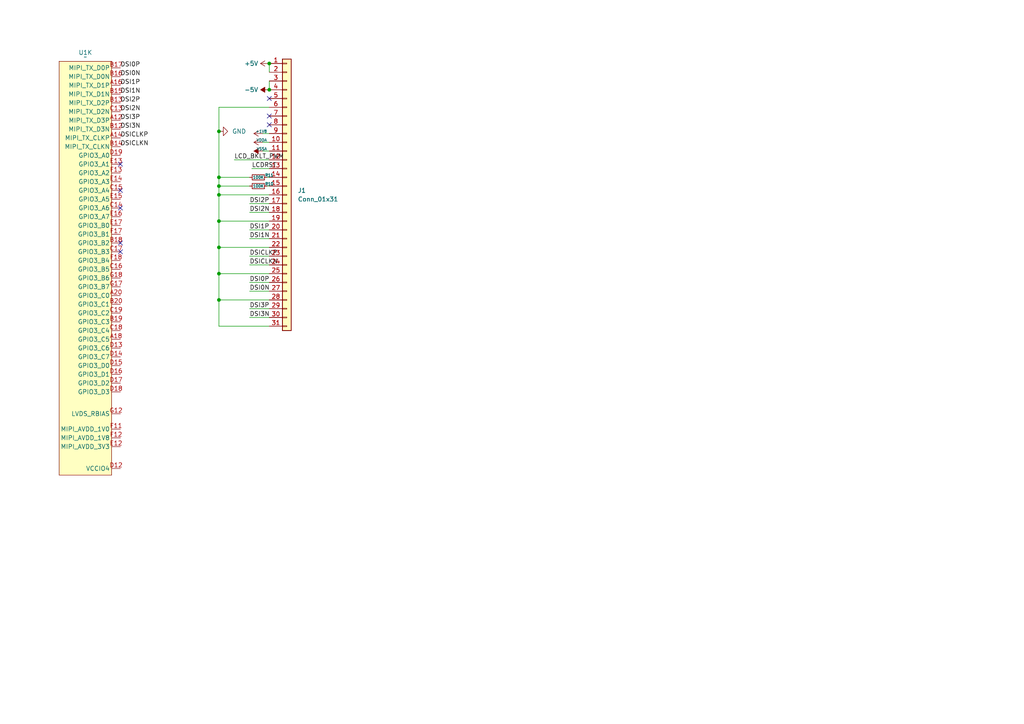
<source format=kicad_sch>
(kicad_sch (version 20221206) (generator eeschema)
  (paper "A4")
  (lib_symbols
    (symbol "Connector_Generic:Conn_01x31" (pin_names (offset 1.016) hide)
      (property "Reference" "J" (at 0 40.64 0))
      (property "Value" "Conn_01x31" (at 0 -40.64 0))
      (symbol "Conn_01x31_1_1"
        (rectangle (start -1.27 -37.973) (end 0 -38.227) (stroke (width 0.1524)))
        (rectangle (start -1.27 -35.433) (end 0 -35.687) (stroke (width 0.1524)))
        (rectangle (start -1.27 -32.893) (end 0 -33.147) (stroke (width 0.1524)))
        (rectangle (start -1.27 -30.353) (end 0 -30.607) (stroke (width 0.1524)))
        (rectangle (start -1.27 -27.813) (end 0 -28.067) (stroke (width 0.1524)))
        (rectangle (start -1.27 -25.273) (end 0 -25.527) (stroke (width 0.1524)))
        (rectangle (start -1.27 -22.733) (end 0 -22.987) (stroke (width 0.1524)))
        (rectangle (start -1.27 -20.193) (end 0 -20.447) (stroke (width 0.1524)))
        (rectangle (start -1.27 -17.653) (end 0 -17.907) (stroke (width 0.1524)))
        (rectangle (start -1.27 -15.113) (end 0 -15.367) (stroke (width 0.1524)))
        (rectangle (start -1.27 -12.573) (end 0 -12.827) (stroke (width 0.1524)))
        (rectangle (start -1.27 -10.033) (end 0 -10.287) (stroke (width 0.1524)))
        (rectangle (start -1.27 -7.493) (end 0 -7.747) (stroke (width 0.1524)))
        (rectangle (start -1.27 -4.953) (end 0 -5.207) (stroke (width 0.1524)))
        (rectangle (start -1.27 -2.413) (end 0 -2.667) (stroke (width 0.1524)))
        (rectangle (start -1.27 0.127) (end 0 -0.127) (stroke (width 0.1524)))
        (rectangle (start -1.27 2.667) (end 0 2.413) (stroke (width 0.1524)))
        (rectangle (start -1.27 5.207) (end 0 4.953) (stroke (width 0.1524)))
        (rectangle (start -1.27 7.747) (end 0 7.493) (stroke (width 0.1524)))
        (rectangle (start -1.27 10.287) (end 0 10.033) (stroke (width 0.1524)))
        (rectangle (start -1.27 12.827) (end 0 12.573) (stroke (width 0.1524)))
        (rectangle (start -1.27 15.367) (end 0 15.113) (stroke (width 0.1524)))
        (rectangle (start -1.27 17.907) (end 0 17.653) (stroke (width 0.1524)))
        (rectangle (start -1.27 20.447) (end 0 20.193) (stroke (width 0.1524)))
        (rectangle (start -1.27 22.987) (end 0 22.733) (stroke (width 0.1524)))
        (rectangle (start -1.27 25.527) (end 0 25.273) (stroke (width 0.1524)))
        (rectangle (start -1.27 28.067) (end 0 27.813) (stroke (width 0.1524)))
        (rectangle (start -1.27 30.607) (end 0 30.353) (stroke (width 0.1524)))
        (rectangle (start -1.27 33.147) (end 0 32.893) (stroke (width 0.1524)))
        (rectangle (start -1.27 35.687) (end 0 35.433) (stroke (width 0.1524)))
        (rectangle (start -1.27 38.227) (end 0 37.973) (stroke (width 0.1524)))
        (rectangle (start -1.27 39.37) (end 1.27 -39.37) (stroke (width 0.254)) (fill (type background)))
        (pin passive line (at -5.08 38.1 0) (length 3.81) (name "Pin_1") (number "1"))
        (pin passive line (at -5.08 15.24 0) (length 3.81) (name "Pin_10") (number "10"))
        (pin passive line (at -5.08 12.7 0) (length 3.81) (name "Pin_11") (number "11"))
        (pin passive line (at -5.08 10.16 0) (length 3.81) (name "Pin_12") (number "12"))
        (pin passive line (at -5.08 7.62 0) (length 3.81) (name "Pin_13") (number "13"))
        (pin passive line (at -5.08 5.08 0) (length 3.81) (name "Pin_14") (number "14"))
        (pin passive line (at -5.08 2.54 0) (length 3.81) (name "Pin_15") (number "15"))
        (pin passive line (at -5.08 0 0) (length 3.81) (name "Pin_16") (number "16"))
        (pin passive line (at -5.08 -2.54 0) (length 3.81) (name "Pin_17") (number "17"))
        (pin passive line (at -5.08 -5.08 0) (length 3.81) (name "Pin_18") (number "18"))
        (pin passive line (at -5.08 -7.62 0) (length 3.81) (name "Pin_19") (number "19"))
        (pin passive line (at -5.08 35.56 0) (length 3.81) (name "Pin_2") (number "2"))
        (pin passive line (at -5.08 -10.16 0) (length 3.81) (name "Pin_20") (number "20"))
        (pin passive line (at -5.08 -12.7 0) (length 3.81) (name "Pin_21") (number "21"))
        (pin passive line (at -5.08 -15.24 0) (length 3.81) (name "Pin_22") (number "22"))
        (pin passive line (at -5.08 -17.78 0) (length 3.81) (name "Pin_23") (number "23"))
        (pin passive line (at -5.08 -20.32 0) (length 3.81) (name "Pin_24") (number "24"))
        (pin passive line (at -5.08 -22.86 0) (length 3.81) (name "Pin_25") (number "25"))
        (pin passive line (at -5.08 -25.4 0) (length 3.81) (name "Pin_26") (number "26"))
        (pin passive line (at -5.08 -27.94 0) (length 3.81) (name "Pin_27") (number "27"))
        (pin passive line (at -5.08 -30.48 0) (length 3.81) (name "Pin_28") (number "28"))
        (pin passive line (at -5.08 -33.02 0) (length 3.81) (name "Pin_29") (number "29"))
        (pin passive line (at -5.08 33.02 0) (length 3.81) (name "Pin_3") (number "3"))
        (pin passive line (at -5.08 -35.56 0) (length 3.81) (name "Pin_30") (number "30"))
        (pin passive line (at -5.08 -38.1 0) (length 3.81) (name "Pin_31") (number "31"))
        (pin passive line (at -5.08 30.48 0) (length 3.81) (name "Pin_4") (number "4"))
        (pin passive line (at -5.08 27.94 0) (length 3.81) (name "Pin_5") (number "5"))
        (pin passive line (at -5.08 25.4 0) (length 3.81) (name "Pin_6") (number "6"))
        (pin passive line (at -5.08 22.86 0) (length 3.81) (name "Pin_7") (number "7"))
        (pin passive line (at -5.08 20.32 0) (length 3.81) (name "Pin_8") (number "8"))
        (pin passive line (at -5.08 17.78 0) (length 3.81) (name "Pin_9") (number "9"))
      )
    )
    (symbol "Device:R_Small" (pin_numbers hide) (pin_names (offset 0.254) hide)
      (property "Reference" "R" (at 0.762 0.508 0))
      (property "Value" "R_Small" (at 0.762 -1.016 0))
      (symbol "R_Small_0_1"
        (rectangle (start -0.762 1.778) (end 0.762 -1.778) (stroke (width 0.2032)))
      )
      (symbol "R_Small_1_1"
        (pin passive line (at 0 2.54 270) (length 0.762) (name "~") (number "1"))
        (pin passive line (at 0 -2.54 90) (length 0.762) (name "~") (number "2"))
      )
    )
    (symbol "Symbols:RK3326"
      (property "Reference" "U" (at 0 0 0))
      (symbol "RK3326_1_1"
        (rectangle (start -4.445 -0.635) (end 4.445 -193.675) (fill (type background)))
        (pin passive line (at -6.985 -189.865 0) (length 2.54) (name "GND") (number "A1"))
        (pin passive line (at -6.985 -179.705 0) (length 2.54) (name "GND") (number "A11"))
        (pin passive line (at -6.985 -187.325 0) (length 2.54) (name "GND") (number "A21"))
        (pin passive line (at -6.985 -182.245 0) (length 2.54) (name "GND") (number "AA1"))
        (pin passive line (at -6.985 -184.785 0) (length 2.54) (name "GND") (number "AA21"))
        (pin passive line (at 6.985 -45.085 180) (length 2.54) (name "GND") (number "AA3"))
        (pin passive line (at -6.985 -177.165 0) (length 2.54) (name "GND") (number "B6"))
        (pin passive line (at -6.985 -174.625 0) (length 2.54) (name "GND") (number "B9"))
        (pin passive line (at -6.985 -167.005 0) (length 2.54) (name "GND") (number "C12"))
        (pin passive line (at -6.985 -172.085 0) (length 2.54) (name "GND") (number "C3"))
        (pin passive line (at -6.985 -169.545 0) (length 2.54) (name "GND") (number "C5"))
        (pin passive line (at -6.985 -164.465 0) (length 2.54) (name "GND") (number "D3"))
        (pin passive line (at -6.985 -161.925 0) (length 2.54) (name "GND") (number "D4"))
        (pin passive line (at -6.985 -159.385 0) (length 2.54) (name "GND") (number "D7"))
        (pin passive line (at -6.985 -139.065 0) (length 2.54) (name "GND") (number "E10"))
        (pin passive line (at -6.985 -131.445 0) (length 2.54) (name "GND") (number "E11"))
        (pin passive line (at -6.985 -156.845 0) (length 2.54) (name "GND") (number "E3"))
        (pin passive line (at -6.985 -154.305 0) (length 2.54) (name "GND") (number "E4"))
        (pin passive line (at -6.985 -151.765 0) (length 2.54) (name "GND") (number "E5"))
        (pin passive line (at -6.985 -149.225 0) (length 2.54) (name "GND") (number "E6"))
        (pin passive line (at -6.985 -146.685 0) (length 2.54) (name "GND") (number "E7"))
        (pin passive line (at -6.985 -144.145 0) (length 2.54) (name "GND") (number "E8"))
        (pin passive line (at -6.985 -141.605 0) (length 2.54) (name "GND") (number "E9"))
        (pin passive line (at -6.985 -128.905 0) (length 2.54) (name "GND") (number "F14"))
        (pin passive line (at -6.985 -126.365 0) (length 2.54) (name "GND") (number "F15"))
        (pin passive line (at -6.985 -123.825 0) (length 2.54) (name "GND") (number "F16"))
        (pin passive line (at -6.985 -136.525 0) (length 2.54) (name "GND") (number "F2"))
        (pin passive line (at -6.985 -133.985 0) (length 2.54) (name "GND") (number "F5"))
        (pin passive line (at -6.985 -113.665 0) (length 2.54) (name "GND") (number "G11"))
        (pin passive line (at -6.985 -108.585 0) (length 2.54) (name "GND") (number "G13"))
        (pin passive line (at -6.985 -106.045 0) (length 2.54) (name "GND") (number "G14"))
        (pin passive line (at -6.985 -70.485 0) (length 2.54) (name "GND") (number "G15"))
        (pin passive line (at -6.985 -73.025 0) (length 2.54) (name "GND") (number "G16"))
        (pin passive line (at -6.985 -121.285 0) (length 2.54) (name "GND") (number "G5"))
        (pin passive line (at -6.985 -118.745 0) (length 2.54) (name "GND") (number "G7"))
        (pin passive line (at -6.985 -116.205 0) (length 2.54) (name "GND") (number "G8"))
        (pin passive line (at -6.985 -80.645 0) (length 2.54) (name "GND") (number "H10"))
        (pin passive line (at -6.985 -78.105 0) (length 2.54) (name "GND") (number "H11"))
        (pin passive line (at -6.985 -75.565 0) (length 2.54) (name "GND") (number "H12"))
        (pin passive line (at -6.985 -52.705 0) (length 2.54) (name "GND") (number "H13"))
        (pin passive line (at -6.985 -47.625 0) (length 2.54) (name "GND") (number "H17"))
        (pin passive line (at -6.985 -98.425 0) (length 2.54) (name "GND") (number "H2"))
        (pin passive line (at -6.985 -95.885 0) (length 2.54) (name "GND") (number "H3"))
        (pin passive line (at -6.985 -93.345 0) (length 2.54) (name "GND") (number "H4"))
        (pin passive line (at -6.985 -90.805 0) (length 2.54) (name "GND") (number "H5"))
        (pin passive line (at -6.985 -88.265 0) (length 2.54) (name "GND") (number "H7"))
        (pin passive line (at -6.985 -85.725 0) (length 2.54) (name "GND") (number "H8"))
        (pin passive line (at -6.985 -83.185 0) (length 2.54) (name "GND") (number "H9"))
        (pin passive line (at -6.985 -60.325 0) (length 2.54) (name "GND") (number "J10"))
        (pin passive line (at -6.985 -57.785 0) (length 2.54) (name "GND") (number "J11"))
        (pin passive line (at -6.985 -55.245 0) (length 2.54) (name "GND") (number "J12"))
        (pin passive line (at -6.985 -29.845 0) (length 2.54) (name "GND") (number "J13"))
        (pin passive line (at -6.985 -50.165 0) (length 2.54) (name "GND") (number "J17"))
        (pin passive line (at -6.985 -67.945 0) (length 2.54) (name "GND") (number "J5"))
        (pin passive line (at -6.985 -65.405 0) (length 2.54) (name "GND") (number "J8"))
        (pin passive line (at -6.985 -62.865 0) (length 2.54) (name "GND") (number "J9"))
        (pin passive line (at -6.985 -37.465 0) (length 2.54) (name "GND") (number "K11"))
        (pin passive line (at -6.985 -32.385 0) (length 2.54) (name "GND") (number "K12"))
        (pin passive line (at -6.985 -27.305 0) (length 2.54) (name "GND") (number "K13"))
        (pin passive line (at -6.985 -22.225 0) (length 2.54) (name "GND") (number "K17"))
        (pin passive line (at -6.985 -19.685 0) (length 2.54) (name "GND") (number "K18"))
        (pin passive line (at -6.985 -45.085 0) (length 2.54) (name "GND") (number "K5"))
        (pin passive line (at -6.985 -42.545 0) (length 2.54) (name "GND") (number "K8"))
        (pin passive line (at 6.985 -192.405 180) (length 2.54) (name "GND") (number "L12"))
        (pin passive line (at -6.985 -17.145 0) (length 2.54) (name "GND") (number "L13"))
        (pin passive line (at -6.985 -24.765 0) (length 2.54) (name "GND") (number "L14"))
        (pin passive line (at 6.985 -6.985 180) (length 2.54) (name "GND") (number "L15"))
        (pin passive line (at 6.985 -83.185 180) (length 2.54) (name "GND") (number "L16"))
        (pin passive line (at 6.985 -24.765 180) (length 2.54) (name "GND") (number "L17"))
        (pin passive line (at 6.985 -88.265 180) (length 2.54) (name "GND") (number "L18"))
        (pin passive line (at -6.985 -14.605 0) (length 2.54) (name "GND") (number "L3"))
        (pin passive line (at -6.985 -12.065 0) (length 2.54) (name "GND") (number "L4"))
        (pin passive line (at -6.985 -9.525 0) (length 2.54) (name "GND") (number "L5"))
        (pin passive line (at -6.985 -6.985 0) (length 2.54) (name "GND") (number "L8"))
        (pin passive line (at 6.985 -29.845 180) (length 2.54) (name "GND") (number "M10"))
        (pin passive line (at -6.985 -34.925 0) (length 2.54) (name "GND") (number "M12"))
        (pin passive line (at -6.985 -40.005 0) (length 2.54) (name "GND") (number "M13"))
        (pin passive line (at -6.985 -1.905 0) (length 2.54) (name "GND") (number "M14"))
        (pin passive line (at 6.985 -90.805 180) (length 2.54) (name "GND") (number "M15"))
        (pin passive line (at 6.985 -70.485 180) (length 2.54) (name "GND") (number "M16"))
        (pin passive line (at 6.985 -55.245 180) (length 2.54) (name "GND") (number "M17"))
        (pin passive line (at 6.985 -75.565 180) (length 2.54) (name "GND") (number "M5"))
        (pin passive line (at 6.985 -40.005 180) (length 2.54) (name "GND") (number "M8"))
        (pin passive line (at 6.985 -67.945 180) (length 2.54) (name "GND") (number "M9"))
        (pin passive line (at 6.985 -80.645 180) (length 2.54) (name "GND") (number "N10"))
        (pin passive line (at -6.985 -4.445 0) (length 2.54) (name "GND") (number "N14"))
        (pin passive line (at 6.985 -34.925 180) (length 2.54) (name "GND") (number "N15"))
        (pin passive line (at 6.985 -9.525 180) (length 2.54) (name "GND") (number "N16"))
        (pin passive line (at 6.985 -50.165 180) (length 2.54) (name "GND") (number "N3"))
        (pin passive line (at 6.985 -22.225 180) (length 2.54) (name "GND") (number "N5"))
        (pin passive line (at 6.985 -12.065 180) (length 2.54) (name "GND") (number "N6"))
        (pin passive line (at 6.985 -78.105 180) (length 2.54) (name "GND") (number "N7"))
        (pin passive line (at 6.985 -42.545 180) (length 2.54) (name "GND") (number "N8"))
        (pin passive line (at 6.985 -27.305 180) (length 2.54) (name "GND") (number "N9"))
        (pin passive line (at 6.985 -62.865 180) (length 2.54) (name "GND") (number "P10"))
        (pin passive line (at 6.985 -17.145 180) (length 2.54) (name "GND") (number "P11"))
        (pin passive line (at 6.985 -73.025 180) (length 2.54) (name "GND") (number "P12"))
        (pin passive line (at 6.985 -65.405 180) (length 2.54) (name "GND") (number "P13"))
        (pin passive line (at 6.985 -32.385 180) (length 2.54) (name "GND") (number "P14"))
        (pin passive line (at 6.985 -47.625 180) (length 2.54) (name "GND") (number "P15"))
        (pin passive line (at 6.985 -14.605 180) (length 2.54) (name "GND") (number "P16"))
        (pin passive line (at 6.985 -4.445 180) (length 2.54) (name "GND") (number "P4"))
        (pin passive line (at 6.985 -85.725 180) (length 2.54) (name "GND") (number "P5"))
        (pin passive line (at 6.985 -1.905 180) (length 2.54) (name "GND") (number "P6"))
        (pin passive line (at 6.985 -60.325 180) (length 2.54) (name "GND") (number "P7"))
        (pin passive line (at 6.985 -52.705 180) (length 2.54) (name "GND") (number "P8"))
        (pin passive line (at 6.985 -19.685 180) (length 2.54) (name "GND") (number "P9"))
        (pin passive line (at 6.985 -103.505 180) (length 2.54) (name "GND") (number "R10"))
        (pin passive line (at 6.985 -106.045 180) (length 2.54) (name "GND") (number "R11"))
        (pin passive line (at 6.985 -108.585 180) (length 2.54) (name "GND") (number "R12"))
        (pin passive line (at 6.985 -111.125 180) (length 2.54) (name "GND") (number "R13"))
        (pin passive line (at 6.985 -113.665 180) (length 2.54) (name "GND") (number "R14"))
        (pin passive line (at 6.985 -116.205 180) (length 2.54) (name "GND") (number "R15"))
        (pin passive line (at 6.985 -118.745 180) (length 2.54) (name "GND") (number "R16"))
        (pin passive line (at 6.985 -121.285 180) (length 2.54) (name "GND") (number "R17"))
        (pin passive line (at 6.985 -57.785 180) (length 2.54) (name "GND") (number "R5"))
        (pin passive line (at 6.985 -93.345 180) (length 2.54) (name "GND") (number "R6"))
        (pin passive line (at 6.985 -95.885 180) (length 2.54) (name "GND") (number "R7"))
        (pin passive line (at 6.985 -98.425 180) (length 2.54) (name "GND") (number "R8"))
        (pin passive line (at 6.985 -100.965 180) (length 2.54) (name "GND") (number "R9"))
        (pin passive line (at 6.985 -141.605 180) (length 2.54) (name "GND") (number "T10"))
        (pin passive line (at 6.985 -144.145 180) (length 2.54) (name "GND") (number "T11"))
        (pin passive line (at -6.985 -100.965 0) (length 2.54) (name "GND") (number "T12"))
        (pin passive line (at 6.985 -149.225 180) (length 2.54) (name "GND") (number "T14"))
        (pin passive line (at 6.985 -151.765 180) (length 2.54) (name "GND") (number "T15"))
        (pin passive line (at 6.985 -154.305 180) (length 2.54) (name "GND") (number "T16"))
        (pin passive line (at 6.985 -156.845 180) (length 2.54) (name "GND") (number "T17"))
        (pin passive line (at 6.985 -159.385 180) (length 2.54) (name "GND") (number "T18"))
        (pin passive line (at 6.985 -123.825 180) (length 2.54) (name "GND") (number "T3"))
        (pin passive line (at 6.985 -126.365 180) (length 2.54) (name "GND") (number "T4"))
        (pin passive line (at 6.985 -128.905 180) (length 2.54) (name "GND") (number "T5"))
        (pin passive line (at 6.985 -131.445 180) (length 2.54) (name "GND") (number "T6"))
        (pin passive line (at 6.985 -133.985 180) (length 2.54) (name "GND") (number "T7"))
        (pin passive line (at 6.985 -136.525 180) (length 2.54) (name "GND") (number "T8"))
        (pin passive line (at 6.985 -139.065 180) (length 2.54) (name "GND") (number "T9"))
        (pin passive line (at 6.985 -164.465 180) (length 2.54) (name "GND") (number "U14"))
        (pin passive line (at 6.985 -167.005 180) (length 2.54) (name "GND") (number "U15"))
        (pin passive line (at 6.985 -169.545 180) (length 2.54) (name "GND") (number "U16"))
        (pin passive line (at 6.985 -172.085 180) (length 2.54) (name "GND") (number "U17"))
        (pin passive line (at 6.985 -174.625 180) (length 2.54) (name "GND") (number "U18"))
        (pin passive line (at 6.985 -161.925 180) (length 2.54) (name "GND") (number "U5"))
        (pin passive line (at 6.985 -182.245 180) (length 2.54) (name "GND") (number "V16"))
        (pin passive line (at 6.985 -184.785 180) (length 2.54) (name "GND") (number "V17"))
        (pin passive line (at 6.985 -187.325 180) (length 2.54) (name "GND") (number "V18"))
        (pin passive line (at 6.985 -189.865 180) (length 2.54) (name "GND") (number "V19"))
        (pin passive line (at 6.985 -177.165 180) (length 2.54) (name "GND") (number "V2"))
        (pin passive line (at 6.985 -179.705 180) (length 2.54) (name "GND") (number "V5"))
        (pin passive line (at -6.985 -103.505 0) (length 2.54) (name "GND") (number "W11"))
        (pin passive line (at 6.985 -37.465 180) (length 2.54) (name "GND") (number "W17"))
        (pin passive line (at -6.985 -192.405 0) (length 2.54) (name "GND") (number "W18"))
        (pin passive line (at -6.985 -111.125 0) (length 2.54) (name "GND") (number "W3"))
        (pin passive line (at 6.985 -146.685 180) (length 2.54) (name "GND") (number "W4"))
      )
      (symbol "RK3326_2_1"
        (rectangle (start -10.795 -1.27) (end 10.795 -24.13) (fill (type background)))
        (pin passive line (at 13.335 -22.86 180) (length 2.54) (name "VDD_CPU") (number "H14"))
        (pin passive line (at 13.335 -20.32 180) (length 2.54) (name "VDD_CPU") (number "H15"))
        (pin passive line (at 13.335 -17.78 180) (length 2.54) (name "VDD_CPU") (number "H16"))
        (pin passive line (at 13.335 -15.24 180) (length 2.54) (name "VDD_CPU") (number "J14"))
        (pin passive line (at 13.335 -12.7 180) (length 2.54) (name "VDD_CPU") (number "J15"))
        (pin passive line (at 13.335 -10.16 180) (length 2.54) (name "VDD_CPU") (number "J16"))
        (pin passive line (at -13.335 -17.78 0) (length 2.54) (name "VDD_LOGIC") (number "K10"))
        (pin passive line (at 13.335 -7.62 180) (length 2.54) (name "VDD_CPU") (number "K14"))
        (pin passive line (at 13.335 -5.08 180) (length 2.54) (name "VDD_CPU") (number "K15"))
        (pin passive line (at 13.335 -2.54 180) (length 2.54) (name "VDD_CPU") (number "K16"))
        (pin passive line (at -13.335 -22.86 0) (length 2.54) (name "VDD_LOGIC") (number "K9"))
        (pin passive line (at -13.335 -15.24 0) (length 2.54) (name "VDD_LOGIC") (number "L10"))
        (pin passive line (at -13.335 -2.54 0) (length 2.54) (name "VDD_LOGIC") (number "L11"))
        (pin passive line (at -13.335 -20.32 0) (length 2.54) (name "VDD_LOGIC") (number "L9"))
        (pin passive line (at -13.335 -5.08 0) (length 2.54) (name "VDD_LOGIC") (number "M11"))
        (pin passive line (at -13.335 -12.7 0) (length 2.54) (name "VDD_LOGIC") (number "N11"))
        (pin passive line (at -13.335 -7.62 0) (length 2.54) (name "VDD_LOGIC") (number "N12"))
        (pin passive line (at -13.335 -10.16 0) (length 2.54) (name "VDD_LOGIC") (number "N13"))
      )
      (symbol "RK3326_3_1"
        (rectangle (start -12.065 -1.27) (end 12.065 -27.305) (fill (type background)))
        (pin bidirectional line (at 14.605 -10.795 180) (length 2.54) (name "SDMMC_DETN/GPIO_A3_u") (number "AA20"))
        (pin passive line (at -14.605 -5.715 0) (length 2.54) (name "PLL_AVDD_1V8") (number "M18"))
        (pin passive line (at -14.605 -13.335 0) (length 2.54) (name "AVSS") (number "N17"))
        (pin passive line (at -14.605 -26.035 0) (length 2.54) (name "PLL_AVDD_1V0") (number "N18"))
        (pin passive line (at 14.605 -23.495 180) (length 2.54) (name "PMUIO_VDD_1V0") (number "P17"))
        (pin passive line (at -14.605 -8.255 0) (length 2.54) (name "OTP_VCC_1V8") (number "T13"))
        (pin bidirectional line (at 14.605 -15.875 180) (length 2.54) (name "GPIO0_A5_u") (number "T21"))
        (pin passive line (at 14.605 -26.035 180) (length 2.54) (name "PMUIO1") (number "U19"))
        (pin input line (at -14.605 -15.875 0) (length 2.54) (name "OSC_24M_IN") (number "U20"))
        (pin input line (at -14.605 -20.955 0) (length 2.54) (name "OSC_24M_OUT") (number "U21"))
        (pin bidirectional line (at 14.605 -13.335 180) (length 2.54) (name "TSADC_SHUT_M1") (number "V20"))
        (pin bidirectional line (at 14.605 -8.255 180) (length 2.54) (name "GPIO_A2_d") (number "V21"))
        (pin passive line (at -14.605 -23.495 0) (length 2.54) (name "TVSS") (number "W19"))
        (pin input line (at -14.605 -18.415 0) (length 2.54) (name "NPOR") (number "W20"))
        (pin bidirectional line (at 14.605 -18.415 180) (length 2.54) (name "TSADC_SHUT_M0") (number "W21"))
        (pin bidirectional line (at 14.605 -20.955 180) (length 2.54) (name "GPIO_A7_u") (number "Y19"))
        (pin bidirectional line (at 14.605 -5.715 180) (length 2.54) (name "GPIO_A1_d") (number "Y20"))
        (pin bidirectional line (at 14.605 -3.175 180) (length 2.54) (name "REF_CLKO/GPIO0_A0_d") (number "Y21"))
      )
      (symbol "RK3326_4_1"
        (rectangle (start -11.43 -1.27) (end 11.43 -21.59) (fill (type background)))
        (pin bidirectional line (at 13.97 -20.32 180) (length 2.54) (name "GPIO0_B7_d") (number "M19"))
        (pin bidirectional line (at -13.97 -20.32 0) (length 2.54) (name "GPIO0_B5_u") (number "N19"))
        (pin bidirectional line (at -13.97 -12.7 0) (length 2.54) (name "GPIO0_B2_d") (number "N20"))
        (pin bidirectional line (at 13.97 -17.78 180) (length 2.54) (name "GPIO0_C0_d") (number "N21"))
        (pin bidirectional line (at -13.97 -15.24 0) (length 2.54) (name "GPIO0_B3_d") (number "P18"))
        (pin bidirectional line (at 13.97 -15.24 180) (length 2.54) (name "GPIO0_C1_d") (number "P19"))
        (pin bidirectional line (at 13.97 -7.62 180) (length 2.54) (name "CLKIO_32K") (number "P20"))
        (pin bidirectional line (at -13.97 -10.16 0) (length 2.54) (name "I2C0_SDA") (number "P21"))
        (pin bidirectional line (at -13.97 -17.78 0) (length 2.54) (name "GPIO0_B4_u") (number "R18"))
        (pin input line (at 13.97 -5.08 180) (length 2.54) (name "FLASH_VOLSEL_u") (number "R19"))
        (pin bidirectional line (at 13.97 -10.16 180) (length 2.54) (name "I2C1_SDA") (number "R20"))
        (pin bidirectional line (at -13.97 -7.62 0) (length 2.54) (name "I2C0_SCL") (number "R21"))
        (pin passive line (at 13.97 -2.54 180) (length 2.54) (name "PMUIO2") (number "T19"))
        (pin bidirectional line (at 13.97 -12.7 180) (length 2.54) (name "I2C1_SCL") (number "T20"))
      )
      (symbol "RK3326_5_1"
        (rectangle (start -10.795 -0.635) (end 10.795 -120.015) (fill (type background)))
        (pin bidirectional line (at 13.335 -28.575 180) (length 2.54) (name "DDR3_A10") (number "A10"))
        (pin output line (at 13.335 -56.515 180) (length 2.54) (name "DDR_RST") (number "A2"))
        (pin bidirectional line (at 13.335 -79.375 180) (length 2.54) (name "DDR3_BA0") (number "A3"))
        (pin bidirectional line (at 13.335 -15.875 180) (length 2.54) (name "DDR3_A5") (number "A4"))
        (pin bidirectional line (at 13.335 -84.455 180) (length 2.54) (name "DDR3_BA2") (number "A5"))
        (pin bidirectional line (at 13.335 -38.735 180) (length 2.54) (name "DDR3_A14") (number "A7"))
        (pin bidirectional line (at 13.335 -13.335 180) (length 2.54) (name "DDR3_A4") (number "A8"))
        (pin bidirectional line (at 13.335 -33.655 180) (length 2.54) (name "DDR3_A12") (number "A9"))
        (pin bidirectional line (at -13.335 -23.495 0) (length 2.54) (name "DDR_DQ8") (number "AA2"))
        (pin bidirectional line (at 13.335 -59.055 180) (length 2.54) (name "CLKN") (number "B1"))
        (pin bidirectional line (at 13.335 -81.915 180) (length 2.54) (name "DDR3_BA1") (number "B10"))
        (pin output line (at 13.335 -48.895 180) (length 2.54) (name "DDR_CKE") (number "B11"))
        (pin bidirectional line (at 13.335 -61.595 180) (length 2.54) (name "CLKP") (number "B2"))
        (pin output line (at 13.335 -66.675 180) (length 2.54) (name "DDR_CS0") (number "B3"))
        (pin bidirectional line (at 13.335 -20.955 180) (length 2.54) (name "DDR3_A7") (number "B4"))
        (pin bidirectional line (at 13.335 -10.795 180) (length 2.54) (name "DDR3_A3") (number "B5"))
        (pin bidirectional line (at 13.335 -31.115 180) (length 2.54) (name "DDR3_A11") (number "B7"))
        (pin bidirectional line (at 13.335 -18.415 180) (length 2.54) (name "DDR3_A6") (number "B8"))
        (pin bidirectional line (at 13.335 -23.495 180) (length 2.54) (name "DDR3_A8") (number "C10"))
        (pin bidirectional line (at 13.335 -76.835 180) (length 2.54) (name "DDR3_ODT1") (number "C11"))
        (pin bidirectional line (at -13.335 -69.215 0) (length 2.54) (name "DDR_DQ26") (number "C2"))
        (pin output line (at 13.335 -51.435 180) (length 2.54) (name "DDR_RASN") (number "C4"))
        (pin bidirectional line (at 13.335 -26.035 180) (length 2.54) (name "DDR3_A9") (number "C6"))
        (pin bidirectional line (at 13.335 -3.175 180) (length 2.54) (name "DDR3_A0") (number "C7"))
        (pin output line (at 13.335 -46.355 180) (length 2.54) (name "DDR_WEN") (number "C8"))
        (pin bidirectional line (at 13.335 -41.275 180) (length 2.54) (name "DDR3_A15") (number "C9"))
        (pin bidirectional line (at -13.335 -79.375 0) (length 2.54) (name "DDR_DQ30") (number "D1"))
        (pin bidirectional line (at 13.335 -5.715 180) (length 2.54) (name "DDR3_A1") (number "D10"))
        (pin output line (at 13.335 -64.135 180) (length 2.54) (name "DDR_CS1") (number "D11"))
        (pin bidirectional line (at -13.335 -71.755 0) (length 2.54) (name "DDR_DQ27") (number "D2"))
        (pin bidirectional line (at 13.335 -74.295 180) (length 2.54) (name "DDR3_ODT0") (number "D5"))
        (pin bidirectional line (at 13.335 -36.195 180) (length 2.54) (name "DDR3_A13") (number "D6"))
        (pin bidirectional line (at 13.335 -8.255 180) (length 2.54) (name "DDR3_A2") (number "D8"))
        (pin output line (at 13.335 -53.975 180) (length 2.54) (name "DDR_CASN") (number "D9"))
        (pin bidirectional line (at -13.335 -81.915 0) (length 2.54) (name "DDR_DQ31") (number "E1"))
        (pin bidirectional line (at -13.335 -59.055 0) (length 2.54) (name "DDR_DQ22") (number "E2"))
        (pin passive line (at 13.335 -113.665 180) (length 2.54) (name "DDRIO_VDD") (number "F10"))
        (pin bidirectional line (at -13.335 -48.895 0) (length 2.54) (name "DDR_DQ18") (number "F3"))
        (pin bidirectional line (at -13.335 -43.815 0) (length 2.54) (name "DDR_DQ16") (number "F4"))
        (pin passive line (at 13.335 -118.745 180) (length 2.54) (name "DDRIO_VDD") (number "F8"))
        (pin passive line (at 13.335 -116.205 180) (length 2.54) (name "DDRIO_VDD") (number "F9"))
        (pin bidirectional line (at -13.335 -118.745 0) (length 2.54) (name "DQS3N") (number "G1"))
        (pin passive line (at 13.335 -108.585 180) (length 2.54) (name "DDRIO_VDD") (number "G10"))
        (pin bidirectional line (at -13.335 -116.205 0) (length 2.54) (name "DQS3P") (number "G2"))
        (pin bidirectional line (at -13.335 -46.355 0) (length 2.54) (name "DDR_DQ17") (number "G3"))
        (pin bidirectional line (at -13.335 -93.345 0) (length 2.54) (name "DDR_DM2") (number "G4"))
        (pin passive line (at 13.335 -111.125 180) (length 2.54) (name "DDRIO_VDD") (number "G9"))
        (pin bidirectional line (at -13.335 -113.665 0) (length 2.54) (name "DQS2N") (number "J1"))
        (pin bidirectional line (at -13.335 -111.125 0) (length 2.54) (name "DQS2P") (number "J2"))
        (pin bidirectional line (at -13.335 -76.835 0) (length 2.54) (name "DDR_DQ29") (number "J3"))
        (pin bidirectional line (at -13.335 -66.675 0) (length 2.54) (name "DDR_DQ25") (number "J4"))
        (pin passive line (at 13.335 -106.045 180) (length 2.54) (name "DDRIO_VDD") (number "J6"))
        (pin passive line (at 13.335 -103.505 180) (length 2.54) (name "DDRIO_VDD") (number "J7"))
        (pin bidirectional line (at -13.335 -51.435 0) (length 2.54) (name "DDR_DQ19") (number "K2"))
        (pin bidirectional line (at -13.335 -64.135 0) (length 2.54) (name "DDR_DQ24") (number "K3"))
        (pin bidirectional line (at -13.335 -74.295 0) (length 2.54) (name "DDR_DQ28") (number "K4"))
        (pin passive line (at 13.335 -100.965 180) (length 2.54) (name "DDRIO_VDD") (number "K6"))
        (pin passive line (at 13.335 -98.425 180) (length 2.54) (name "DDRIO_VDD") (number "K7"))
        (pin bidirectional line (at -13.335 -61.595 0) (length 2.54) (name "DDR_DQ23") (number "L1"))
        (pin bidirectional line (at -13.335 -53.975 0) (length 2.54) (name "DDR_DQ20") (number "L2"))
        (pin passive line (at 13.335 -95.885 180) (length 2.54) (name "DDRIO_VDD") (number "L6"))
        (pin passive line (at 13.335 -93.345 180) (length 2.54) (name "DDRIO_VDD") (number "L7"))
        (pin bidirectional line (at -13.335 -56.515 0) (length 2.54) (name "DDR_DQ21") (number "M1"))
        (pin bidirectional line (at -13.335 -31.115 0) (length 2.54) (name "DDR_DQ11") (number "M2"))
        (pin bidirectional line (at -13.335 -36.195 0) (length 2.54) (name "DDR_DQ13") (number "M3"))
        (pin bidirectional line (at -13.335 -95.885 0) (length 2.54) (name "DDR_DM3") (number "M4"))
        (pin passive line (at 13.335 -90.805 180) (length 2.54) (name "DDRIO_VDD") (number "M6"))
        (pin passive line (at 13.335 -88.265 180) (length 2.54) (name "DDRIO_VDD") (number "M7"))
        (pin bidirectional line (at -13.335 -13.335 0) (length 2.54) (name "DDR_DQ4") (number "N2"))
        (pin bidirectional line (at -13.335 -41.275 0) (length 2.54) (name "DDR_DQ15") (number "N4"))
        (pin bidirectional line (at -13.335 -26.035 0) (length 2.54) (name "DDR_DQ9") (number "P3"))
        (pin bidirectional line (at -13.335 -5.715 0) (length 2.54) (name "DDR_DQ1") (number "R1"))
        (pin bidirectional line (at -13.335 -18.415 0) (length 2.54) (name "DDR_DQ6") (number "R2"))
        (pin bidirectional line (at -13.335 -15.875 0) (length 2.54) (name "DDR_DQ5") (number "R3"))
        (pin bidirectional line (at -13.335 -3.175 0) (length 2.54) (name "DDR_DQ0") (number "R4"))
        (pin bidirectional line (at -13.335 -88.265 0) (length 2.54) (name "DDR_DM0") (number "T2"))
        (pin bidirectional line (at -13.335 -108.585 0) (length 2.54) (name "DQS1N") (number "U1"))
        (pin bidirectional line (at -13.335 -106.045 0) (length 2.54) (name "DQS1P") (number "U2"))
        (pin bidirectional line (at -13.335 -8.255 0) (length 2.54) (name "DDR_DQ2") (number "U3"))
        (pin bidirectional line (at -13.335 -90.805 0) (length 2.54) (name "DDR_DM1") (number "U4"))
        (pin bidirectional line (at -13.335 -38.735 0) (length 2.54) (name "DDR_DQ14") (number "V3"))
        (pin bidirectional line (at -13.335 -33.655 0) (length 2.54) (name "DDR_DQ12") (number "V4"))
        (pin bidirectional line (at -13.335 -103.505 0) (length 2.54) (name "DQS0N") (number "W1"))
        (pin bidirectional line (at -13.335 -100.965 0) (length 2.54) (name "DQS0P") (number "W2"))
        (pin bidirectional line (at -13.335 -20.955 0) (length 2.54) (name "DDR_DQ7") (number "Y1"))
        (pin bidirectional line (at -13.335 -10.795 0) (length 2.54) (name "DDR_DQ3") (number "Y2"))
        (pin bidirectional line (at -13.335 -28.575 0) (length 2.54) (name "DDR_DQ10") (number "Y3"))
      )
      (symbol "RK3326_6_1"
        (rectangle (start -9.525 -1.27) (end 10.16 -24.765) (fill (type background)))
        (pin bidirectional line (at -12.065 -20.955 0) (length 2.54) (name "FLASH_D7") (number "B21"))
        (pin bidirectional line (at -12.065 -18.415 0) (length 2.54) (name "FLASH_D6") (number "C20"))
        (pin bidirectional line (at -12.065 -8.255 0) (length 2.54) (name "FLASH_D2") (number "C21"))
        (pin bidirectional line (at -12.065 -15.875 0) (length 2.54) (name "FLASH_D5") (number "D20"))
        (pin bidirectional line (at -12.065 -5.715 0) (length 2.54) (name "FLASH_D1") (number "D21"))
        (pin bidirectional line (at 12.7 -10.795 180) (length 2.54) (name "FLASH_ALE") (number "E18"))
        (pin bidirectional line (at -12.065 -10.795 0) (length 2.54) (name "FLASH_D3") (number "E19"))
        (pin bidirectional line (at -12.065 -3.175 0) (length 2.54) (name "FLASH_D0") (number "E20"))
        (pin bidirectional line (at -12.065 -13.335 0) (length 2.54) (name "FLASH_D4") (number "E21"))
        (pin bidirectional line (at 12.7 -3.175 180) (length 2.54) (name "FLASH_CS0") (number "F19"))
        (pin bidirectional line (at 12.7 -8.255 180) (length 2.54) (name "FLASH_DQS") (number "G19"))
        (pin bidirectional line (at 12.7 -18.415 180) (length 2.54) (name "FLASH_CS1") (number "G20"))
        (pin bidirectional line (at 12.7 -13.335 180) (length 2.54) (name "FLASH_CLE") (number "G21"))
        (pin bidirectional line (at 12.7 -5.715 180) (length 2.54) (name "FLASH_RDY") (number "H18"))
        (pin bidirectional line (at 12.7 -15.875 180) (length 2.54) (name "FLASH_WRN") (number "H20"))
        (pin bidirectional line (at 12.7 -20.955 180) (length 2.54) (name "FLASH_RDN") (number "H21"))
        (pin passive line (at 12.7 -23.495 180) (length 2.54) (name "VCCIO") (number "J18"))
      )
      (symbol "RK3326_7_1"
        (rectangle (start -6.985 -1.27) (end 6.985 -25.4) (fill (type background)))
        (pin bidirectional line (at 9.525 -7.62 180) (length 2.54) (name "USB_OTG_DN") (number "AA10"))
        (pin input line (at 9.525 -15.24 180) (length 2.54) (name "USB_RBIAS") (number "AA11"))
        (pin passive line (at 9.525 -24.13 180) (length 2.54) (name "USB_AVDD_1V0") (number "U12"))
        (pin passive line (at 9.525 -21.59 180) (length 2.54) (name "USB_AVDD_1V8") (number "V13"))
        (pin passive line (at 9.525 -19.05 180) (length 2.54) (name "USB_AVDD_3V3") (number "W13"))
        (pin bidirectional line (at 9.525 -10.16 180) (length 2.54) (name "USB_OTG_DP") (number "Y10"))
        (pin bidirectional line (at 9.525 -5.08 180) (length 2.54) (name "USB_ID") (number "Y11"))
        (pin passive line (at 9.525 -2.54 180) (length 2.54) (name "USB_VBUS") (number "Y13"))
      )
      (symbol "RK3326_8_1"
        (rectangle (start -6.985 -1.27) (end 6.985 -12.7) (fill (type background)))
        (pin passive line (at 9.525 -3.175 180) (length 2.54) (name "ADC_AVDD_1V8") (number "U13"))
        (pin input line (at 9.525 -10.795 180) (length 2.54) (name "ADC_IN0") (number "V14"))
        (pin input line (at 9.525 -5.715 180) (length 2.54) (name "ADC_IN2") (number "V15"))
        (pin input line (at 9.525 -8.255 180) (length 2.54) (name "ADC_IN1") (number "W14"))
      )
      (symbol "RK3326_9_1"
        (rectangle (start -9.525 -1.905) (end 9.525 -32.385) (fill (type background)))
        (pin bidirectional line (at 12.065 -26.035 180) (length 2.54) (name "MIPI_CSI_CLKN") (number "U10"))
        (pin input line (at 12.065 -28.575 180) (length 2.54) (name "MIPI_CSI_RBIAS") (number "U11"))
        (pin passive line (at 12.065 -31.115 180) (length 2.54) (name "MIPI_CSI_AVDD_1V0") (number "U8"))
        (pin bidirectional line (at 12.065 -13.335 180) (length 2.54) (name "MIPI_CSI_D2P") (number "U9"))
        (pin bidirectional line (at 12.065 -23.495 180) (length 2.54) (name "MIPI_CSI_CLKP") (number "V10"))
        (pin bidirectional line (at 12.065 -5.715 180) (length 2.54) (name "MIPI_CSI_D0N") (number "V11"))
        (pin bidirectional line (at 12.065 -15.875 180) (length 2.54) (name "MIPI_CSI_D2N") (number "V8"))
        (pin bidirectional line (at 12.065 -18.415 180) (length 2.54) (name "MIPI_CSI_D3P") (number "V9"))
        (pin bidirectional line (at 12.065 -3.175 180) (length 2.54) (name "MIPI_CSI_D0P") (number "W10"))
        (pin bidirectional line (at 12.065 -20.955 180) (length 2.54) (name "MIPI_CSI_D3N") (number "W8"))
        (pin bidirectional line (at 12.065 -10.795 180) (length 2.54) (name "MIPI_CSI_D1N") (number "W9"))
        (pin bidirectional line (at 12.065 -8.255 180) (length 2.54) (name "MIPI_CSI_D1P") (number "Y9"))
      )
      (symbol "RK3326_10_1"
        (rectangle (start -8.255 -3.175) (end 8.255 -31.115) (fill (type background)))
        (pin bidirectional line (at 10.795 -17.145 180) (length 2.54) (name "CIF_HREF") (number "AA4"))
        (pin bidirectional line (at -10.795 -4.445 0) (length 2.54) (name "CIF_D2") (number "AA5"))
        (pin bidirectional line (at 10.795 -14.605 180) (length 2.54) (name "CIF_CLKI") (number "AA6"))
        (pin bidirectional line (at -10.795 -9.525 0) (length 2.54) (name "CIF_D4") (number "AA7"))
        (pin bidirectional line (at -10.795 -6.985 0) (length 2.54) (name "CIF_D3") (number "AA8"))
        (pin passive line (at 10.795 -19.685 180) (length 2.54) (name "VCCIO3") (number "U6"))
        (pin bidirectional line (at 10.795 -29.21 180) (length 2.54) (name "I2C2_SCL_CAM") (number "U7"))
        (pin bidirectional line (at 10.795 -9.525 180) (length 2.54) (name "HDMI_INT") (number "V12"))
        (pin bidirectional line (at 10.795 -26.67 180) (length 2.54) (name "I2C2_SDA_CAM") (number "V6"))
        (pin bidirectional line (at 10.795 -6.985 180) (length 2.54) (name "CAM_PDN1") (number "V7"))
        (pin bidirectional line (at -10.795 -19.685 0) (length 2.54) (name "CIF_D8") (number "W5"))
        (pin bidirectional line (at 10.795 -4.445 180) (length 2.54) (name "CAM_PDN0") (number "W6"))
        (pin bidirectional line (at -10.795 -22.225 0) (length 2.54) (name "CIF_D9") (number "W7"))
        (pin bidirectional line (at 10.795 -24.13 180) (length 2.54) (name "CIF_VSYNC") (number "Y4"))
        (pin bidirectional line (at 10.795 -12.065 180) (length 2.54) (name "CAM_CLKO") (number "Y5"))
        (pin bidirectional line (at -10.795 -12.065 0) (length 2.54) (name "CIF_D5") (number "Y6"))
        (pin bidirectional line (at -10.795 -17.145 0) (length 2.54) (name "CIF_D7") (number "Y7"))
        (pin bidirectional line (at -10.795 -14.605 0) (length 2.54) (name "CIF_D6") (number "Y8"))
      )
      (symbol "RK3326_11_1"
        (rectangle (start -7.62 -1.27) (end 7.62 -121.285) (fill (type background)))
        (pin output line (at 10.16 -18.415 180) (length 2.54) (name "MIPI_TX_D3P") (number "A12"))
        (pin output line (at 10.16 -23.495 180) (length 2.54) (name "MIPI_TX_CLKP") (number "A14"))
        (pin output line (at 10.16 -8.255 180) (length 2.54) (name "MIPI_TX_D1P") (number "A16"))
        (pin bidirectional line (at 10.16 -81.915 180) (length 2.54) (name "GPIO3_C5") (number "A18"))
        (pin bidirectional line (at 10.16 -69.215 180) (length 2.54) (name "GPIO3_C0") (number "A20"))
        (pin output line (at 10.16 -20.955 180) (length 2.54) (name "MIPI_TX_D3N") (number "B12"))
        (pin output line (at 10.16 -13.335 180) (length 2.54) (name "MIPI_TX_D2P") (number "B13"))
        (pin output line (at 10.16 -26.035 180) (length 2.54) (name "MIPI_TX_CLKN") (number "B14"))
        (pin output line (at 10.16 -10.795 180) (length 2.54) (name "MIPI_TX_D1N") (number "B15"))
        (pin output line (at 10.16 -5.715 180) (length 2.54) (name "MIPI_TX_D0N") (number "B16"))
        (pin output line (at 10.16 -3.175 180) (length 2.54) (name "MIPI_TX_D0P") (number "B17"))
        (pin bidirectional line (at 10.16 -53.975 180) (length 2.54) (name "GPIO3_B2") (number "B18"))
        (pin bidirectional line (at 10.16 -76.835 180) (length 2.54) (name "GPIO3_C3") (number "B19"))
        (pin bidirectional line (at 10.16 -71.755 180) (length 2.54) (name "GPIO3_C1") (number "B20"))
        (pin output line (at 10.16 -15.875 180) (length 2.54) (name "MIPI_TX_D2N") (number "C13"))
        (pin bidirectional line (at 10.16 -43.815 180) (length 2.54) (name "GPIO3_A6") (number "C14"))
        (pin bidirectional line (at 10.16 -38.735 180) (length 2.54) (name "GPIO3_A4") (number "C15"))
        (pin bidirectional line (at 10.16 -61.595 180) (length 2.54) (name "GPIO3_B5") (number "C16"))
        (pin bidirectional line (at 10.16 -56.515 180) (length 2.54) (name "GPIO3_B3") (number "C17"))
        (pin bidirectional line (at 10.16 -79.375 180) (length 2.54) (name "GPIO3_C4") (number "C18"))
        (pin bidirectional line (at 10.16 -74.295 180) (length 2.54) (name "GPIO3_C2") (number "C19"))
        (pin passive line (at 10.16 -119.38 180) (length 2.54) (name "VCCIO4") (number "D12"))
        (pin bidirectional line (at 10.16 -84.455 180) (length 2.54) (name "GPIO3_C6") (number "D13"))
        (pin bidirectional line (at 10.16 -86.995 180) (length 2.54) (name "GPIO3_C7") (number "D14"))
        (pin bidirectional line (at 10.16 -89.535 180) (length 2.54) (name "GPIO3_D0") (number "D15"))
        (pin bidirectional line (at 10.16 -92.075 180) (length 2.54) (name "GPIO3_D1") (number "D16"))
        (pin bidirectional line (at 10.16 -94.615 180) (length 2.54) (name "GPIO3_D2") (number "D17"))
        (pin bidirectional line (at 10.16 -97.155 180) (length 2.54) (name "GPIO3_D3") (number "D18"))
        (pin bidirectional line (at 10.16 -28.575 180) (length 2.54) (name "GPIO3_A0") (number "D19"))
        (pin passive line (at 10.16 -113.03 180) (length 2.54) (name "MIPI_AVDD_3V3") (number "E12"))
        (pin bidirectional line (at 10.16 -31.115 180) (length 2.54) (name "GPIO3_A1") (number "E13"))
        (pin bidirectional line (at 10.16 -36.195 180) (length 2.54) (name "GPIO3_A3") (number "E14"))
        (pin bidirectional line (at 10.16 -41.275 180) (length 2.54) (name "GPIO3_A5") (number "E15"))
        (pin bidirectional line (at 10.16 -46.355 180) (length 2.54) (name "GPIO3_A7") (number "E16"))
        (pin bidirectional line (at 10.16 -48.895 180) (length 2.54) (name "GPIO3_B0") (number "E17"))
        (pin passive line (at 10.16 -107.95 180) (length 2.54) (name "MIPI_AVDD_1V0") (number "F11"))
        (pin passive line (at 10.16 -110.49 180) (length 2.54) (name "MIPI_AVDD_1V8") (number "F12"))
        (pin bidirectional line (at 10.16 -33.655 180) (length 2.54) (name "GPIO3_A2") (number "F13"))
        (pin bidirectional line (at 10.16 -51.435 180) (length 2.54) (name "GPIO3_B1") (number "F17"))
        (pin bidirectional line (at 10.16 -59.055 180) (length 2.54) (name "GPIO3_B4") (number "F18"))
        (pin input line (at 10.16 -103.505 180) (length 2.54) (name "LVDS_RBIAS") (number "G12"))
        (pin bidirectional line (at 10.16 -66.675 180) (length 2.54) (name "GPIO3_B7") (number "G17"))
        (pin bidirectional line (at 10.16 -64.135 180) (length 2.54) (name "GPIO3_B6") (number "G18"))
      )
      (symbol "RK3326_12_1"
        (rectangle (start -5.715 -1.27) (end 5.715 -30.48) (fill (type background)))
        (pin bidirectional line (at 8.255 -15.875 180) (length 2.54) (name "GPIO1_C4") (number "H19"))
        (pin bidirectional line (at 8.255 -10.795 180) (length 2.54) (name "GPIO1_C3") (number "J19"))
        (pin bidirectional line (at 8.255 -8.255 180) (length 2.54) (name "GPIO1_C2") (number "J20"))
        (pin passive line (at 8.255 -13.335 180) (length 2.54) (name "VCCIO1") (number "K19"))
        (pin bidirectional line (at 8.255 -18.415 180) (length 2.54) (name "GPIO1_C5") (number "K20"))
        (pin bidirectional line (at 8.255 -20.955 180) (length 2.54) (name "GPIO1_C6") (number "K21"))
        (pin bidirectional line (at 8.255 -26.035 180) (length 2.54) (name "GPIO1_D0") (number "L19"))
        (pin bidirectional line (at 8.255 -28.575 180) (length 2.54) (name "GPIO1_D1") (number "L20"))
        (pin bidirectional line (at 8.255 -23.495 180) (length 2.54) (name "GPIO1_C7") (number "L21"))
        (pin bidirectional line (at 8.255 -3.175 180) (length 2.54) (name "GPIO1_C0") (number "M20"))
        (pin bidirectional line (at 8.255 -5.715 180) (length 2.54) (name "GPIO1_C1") (number "M21"))
      )
      (symbol "RK3326_13_1"
        (rectangle (start -5.08 -1.27) (end 5.08 -19.685) (fill (type background)))
        (pin bidirectional line (at 7.62 -13.335 180) (length 2.54) (name "GPIO2_C5") (number "AA13"))
        (pin bidirectional line (at 7.62 -5.715 180) (length 2.54) (name "GPIO2_C2") (number "AA14"))
        (pin bidirectional line (at 7.62 -3.175 180) (length 2.54) (name "GPIO2_C1") (number "AA15"))
        (pin bidirectional line (at 7.62 -15.875 180) (length 2.54) (name "GPIO2_C6") (number "W15"))
        (pin passive line (at 7.62 -18.415 180) (length 2.54) (name "VCCIO5") (number "W16"))
        (pin bidirectional line (at 7.62 -8.255 180) (length 2.54) (name "GPIO2_C3") (number "Y14"))
        (pin bidirectional line (at 7.62 -10.795 180) (length 2.54) (name "GPIO2_C4") (number "Y15"))
      )
      (symbol "RK3326_14_1"
        (rectangle (start -6.35 -1.27) (end 6.35 -19.685) (fill (type background)))
        (pin bidirectional line (at 8.89 -10.795 180) (length 2.54) (name "SDMMC0_D3") (number "AA16"))
        (pin bidirectional line (at 8.89 -5.715 180) (length 2.54) (name "SDMMC0_CMD") (number "AA17"))
        (pin bidirectional line (at 8.89 -18.415 180) (length 2.54) (name "SDMMC0_D0") (number "AA18"))
        (pin output line (at 8.89 -8.255 180) (length 2.54) (name "SDMMC0_CLKO") (number "AA19"))
        (pin bidirectional line (at 8.89 -13.335 180) (length 2.54) (name "SDMMC0_D2") (number "Y16"))
        (pin bidirectional line (at 8.89 -15.875 180) (length 2.54) (name "SDMMC0_D1") (number "Y17"))
        (pin passive line (at 8.89 -3.175 180) (length 2.54) (name "VCCIO2") (number "Y18"))
      )
    )
    (symbol "power:+1V8" (power) (pin_names (offset 0))
      (property "Value" "+1V8" (at 0 3.556 0))
      (symbol "+1V8_0_1"
        (polyline (pts (xy -0.762 1.27) (xy 0 2.54)))
        (polyline (pts (xy 0 0) (xy 0 2.54)))
        (polyline (pts (xy 0 2.54) (xy 0.762 1.27)))
      )
      (symbol "+1V8_1_1"
        (pin power_in line (at 0 0 90) (length 0) hide (name "+1V8") (number "1"))
      )
    )
    (symbol "power:+5V" (power) (pin_names (offset 0))
      (property "Value" "+5V" (at 0 3.556 0))
      (symbol "+5V_0_1"
        (polyline (pts (xy -0.762 1.27) (xy 0 2.54)))
        (polyline (pts (xy 0 0) (xy 0 2.54)))
        (polyline (pts (xy 0 2.54) (xy 0.762 1.27)))
      )
      (symbol "+5V_1_1"
        (pin power_in line (at 0 0 90) (length 0) hide (name "+5V") (number "1"))
      )
    )
    (symbol "power:-5V" (power) (pin_names (offset 0))
      (property "Value" "-5V" (at 0 3.81 0))
      (symbol "-5V_0_0"
        (pin power_in line (at 0 0 90) (length 0) hide (name "-5V") (number "1"))
      )
      (symbol "-5V_0_1"
        (polyline (pts (xy 0 0) (xy 0 1.27) (xy 0.762 1.27) (xy 0 2.54) (xy -0.762 1.27) (xy 0 1.27)) (fill (type outline)))
      )
    )
    (symbol "power:GND" (power) (pin_names (offset 0))
      (property "Value" "GND" (at 0 -3.81 0))
      (symbol "GND_0_1"
        (polyline (pts (xy 0 0) (xy 0 -1.27) (xy 1.27 -1.27) (xy 0 -2.54) (xy -1.27 -1.27) (xy 0 -1.27)))
      )
      (symbol "GND_1_1"
        (pin power_in line (at 0 0 270) (length 0) hide (name "GND") (number "1"))
      )
    )
    (symbol "power:VDDA" (power) (pin_names (offset 0))
      (property "Value" "VDDA" (at 0 3.81 0))
      (symbol "VDDA_0_1"
        (polyline (pts (xy -0.762 1.27) (xy 0 2.54)))
        (polyline (pts (xy 0 0) (xy 0 2.54)))
        (polyline (pts (xy 0 2.54) (xy 0.762 1.27)))
      )
      (symbol "VDDA_1_1"
        (pin power_in line (at 0 0 90) (length 0) hide (name "VDDA") (number "1"))
      )
    )
    (symbol "power:VSSA" (power) (pin_names (offset 0))
      (property "Value" "VSSA" (at 0 3.81 0))
      (symbol "VSSA_0_1"
        (polyline (pts (xy 0 0) (xy 0 2.54)))
        (polyline (pts (xy 0.762 1.27) (xy -0.762 1.27) (xy 0 2.54) (xy 0.762 1.27)) (fill (type outline)))
      )
      (symbol "VSSA_1_1"
        (pin power_in line (at 0 0 90) (length 0) hide (name "VSSA") (number "1"))
      )
    )
  )
  (junction (at 63.5 86.995))
  (junction (at 63.5 56.515))
  (junction (at 63.5 79.375))
  (junction (at 63.5 53.975))
  (junction (at 78.105 18.415))
  (junction (at 63.5 38.1))
  (junction (at 63.5 71.755))
  (junction (at 63.5 64.135))
  (junction (at 63.5 51.435))
  (junction (at 78.105 26.035))
  (no_connect (at 34.925 47.625))
  (no_connect (at 78.105 28.575))
  (no_connect (at 78.105 36.195))
  (no_connect (at 34.925 55.245))
  (no_connect (at 78.105 33.655))
  (no_connect (at 34.925 70.485))
  (no_connect (at 34.925 73.025))
  (no_connect (at 34.925 60.325))
  (wire (pts (xy 72.39 89.535) (xy 78.105 89.535)))
  (wire (pts (xy 63.5 86.995) (xy 78.105 86.995)))
  (wire (pts (xy 63.5 56.515) (xy 63.5 64.135)))
  (wire (pts (xy 72.39 84.455) (xy 78.105 84.455)))
  (wire (pts (xy 78.105 79.375) (xy 63.5 79.375)))
  (wire (pts (xy 72.39 61.595) (xy 78.105 61.595)))
  (wire (pts (xy 76.2 38.735) (xy 78.105 38.735)))
  (wire (pts (xy 63.5 71.755) (xy 63.5 79.375)))
  (wire (pts (xy 63.5 53.975) (xy 63.5 56.515)))
  (wire (pts (xy 77.47 51.435) (xy 78.105 51.435)))
  (wire (pts (xy 78.105 71.755) (xy 63.5 71.755)))
  (wire (pts (xy 63.5 38.1) (xy 63.5 31.115)))
  (wire (pts (xy 78.105 64.135) (xy 63.5 64.135)))
  (wire (pts (xy 76.2 43.815) (xy 78.105 43.815)))
  (wire (pts (xy 63.5 51.435) (xy 63.5 38.1)))
  (wire (pts (xy 72.39 59.055) (xy 78.105 59.055)))
  (wire (pts (xy 72.39 81.915) (xy 78.105 81.915)))
  (wire (pts (xy 72.39 76.835) (xy 78.105 76.835)))
  (wire (pts (xy 72.39 92.075) (xy 78.105 92.075)))
  (wire (pts (xy 63.5 79.375) (xy 63.5 86.995)))
  (wire (pts (xy 67.945 46.355) (xy 78.105 46.355)))
  (wire (pts (xy 78.105 18.415) (xy 78.105 20.955)))
  (wire (pts (xy 63.5 51.435) (xy 63.5 53.975)))
  (wire (pts (xy 73.025 48.895) (xy 78.105 48.895)))
  (wire (pts (xy 63.5 31.115) (xy 78.105 31.115)))
  (wire (pts (xy 72.39 66.675) (xy 78.105 66.675)))
  (wire (pts (xy 77.47 53.975) (xy 78.105 53.975)))
  (wire (pts (xy 63.5 53.975) (xy 72.39 53.975)))
  (wire (pts (xy 78.105 94.615) (xy 63.5 94.615)))
  (wire (pts (xy 78.105 23.495) (xy 78.105 26.035)))
  (wire (pts (xy 72.39 74.295) (xy 78.105 74.295)))
  (wire (pts (xy 78.105 56.515) (xy 63.5 56.515)))
  (wire (pts (xy 72.39 69.215) (xy 78.105 69.215)))
  (wire (pts (xy 72.39 51.435) (xy 63.5 51.435)))
  (wire (pts (xy 76.2 41.275) (xy 78.105 41.275)))
  (wire (pts (xy 63.5 94.615) (xy 63.5 86.995)))
  (wire (pts (xy 63.5 64.135) (xy 63.5 71.755)))
  (label "DSI2N" (at 72.39 61.595 0))
  (label "DSI3N" (at 34.925 37.465 0))
  (label "DSI1N" (at 72.39 69.215 0))
  (label "DSI3N" (at 72.39 92.075 0))
  (label "DSI1N" (at 34.925 27.305 0))
  (label "DSI3P" (at 72.39 89.535 0))
  (label "DSI0N" (at 34.925 22.225 0))
  (label "DSI0N" (at 72.39 84.455 0))
  (label "DSI3P" (at 34.925 34.925 0))
  (label "DSI2N" (at 34.925 32.385 0))
  (label "LCD_BKLT_PWM" (at 67.945 46.355 0))
  (label "DSI1P" (at 34.925 24.765 0))
  (label "DSICLKN" (at 72.39 76.835 0))
  (label "DSI0P" (at 72.39 81.915 0))
  (label "DSI1P" (at 72.39 66.675 0))
  (label "DSICLKN" (at 34.925 42.545 0))
  (label "DSI2P" (at 72.39 59.055 0))
  (label "DSICLKP" (at 72.39 74.295 0))
  (label "LCDRST" (at 73.025 48.895 0))
  (label "DSICLKP" (at 34.925 40.005 0))
  (label "DSI2P" (at 34.925 29.845 0))
  (label "DSI0P" (at 34.925 19.685 0))
  (symbol (lib_id "Symbols:RK3326") (at 24.765 16.51 0) (unit 11)
    (property "Reference" "U1" (at 24.765 15.24 0))
    (property "Value" "~" (at 24.765 16.51 0))
    (property "Footprint" "Library:BGA-441_21x21_14.0x14.0mm" (effects hide))
  )
  (symbol (lib_id "power:GND") (at 63.5 38.1 90) (unit 1)
    (property "Reference" "#PWR0200" (effects hide))
    (property "Value" "GND" (at 67.31 38.1 90) (effects (justify right)))
  )
  (symbol (lib_id "power:+5V") (at 78.105 18.415 90) (unit 1)
    (property "Reference" "#PWR0198" (effects hide))
    (property "Value" "+5V" (at 74.93 18.415 90) (effects (justify left)))
  )
  (symbol (lib_id "Connector_Generic:Conn_01x31") (at 83.185 56.515 0) (unit 1)
    (property "Reference" "J1" (at 86.36 55.245 0) (effects (justify left)))
    (property "Value" "Conn_01x31" (at 86.36 57.785 0) (effects (justify left)))
  )
  (symbol (lib_id "Device:R_Small") (at 74.93 53.975 90) (unit 1)
    (property "Reference" "R10" (at 78.105 53.34 90) (effects (font (size 0.8 0.8))))
    (property "Value" "100K" (at 74.93 53.975 90) (effects (font (size 0.8 0.8))))
  )
  (symbol (lib_id "power:VDDA") (at 76.2 41.275 90) (unit 1)
    (property "Reference" "#PWR0195" (effects hide))
    (property "Value" "VDDA" (at 77.47 40.64 90) (effects (font (size 0.8 0.8)) (justify left)))
  )
  (symbol (lib_id "power:+1V8") (at 76.2 38.735 90) (unit 1)
    (property "Reference" "#PWR0197" (effects hide))
    (property "Value" "+1V8" (at 77.47 38.1 90) (effects (font (size 0.8 0.8)) (justify left)))
  )
  (symbol (lib_id "Device:R_Small") (at 74.93 51.435 90) (unit 1)
    (property "Reference" "R11" (at 78.105 50.8 90) (effects (font (size 0.8 0.8))))
    (property "Value" "100K" (at 74.93 51.435 90) (effects (font (size 0.8 0.8))))
  )
  (symbol (lib_id "power:-5V") (at 78.105 26.035 90) (unit 1)
    (property "Reference" "#PWR0199" (effects hide))
    (property "Value" "-5V" (at 74.93 26.035 90) (effects (justify left)))
  )
  (symbol (lib_id "power:VSSA") (at 76.2 43.815 90) (unit 1)
    (property "Reference" "#PWR0196" (effects hide))
    (property "Value" "VSSA" (at 77.47 43.18 90) (effects (font (size 0.8 0.8)) (justify left)))
  )
)
</source>
